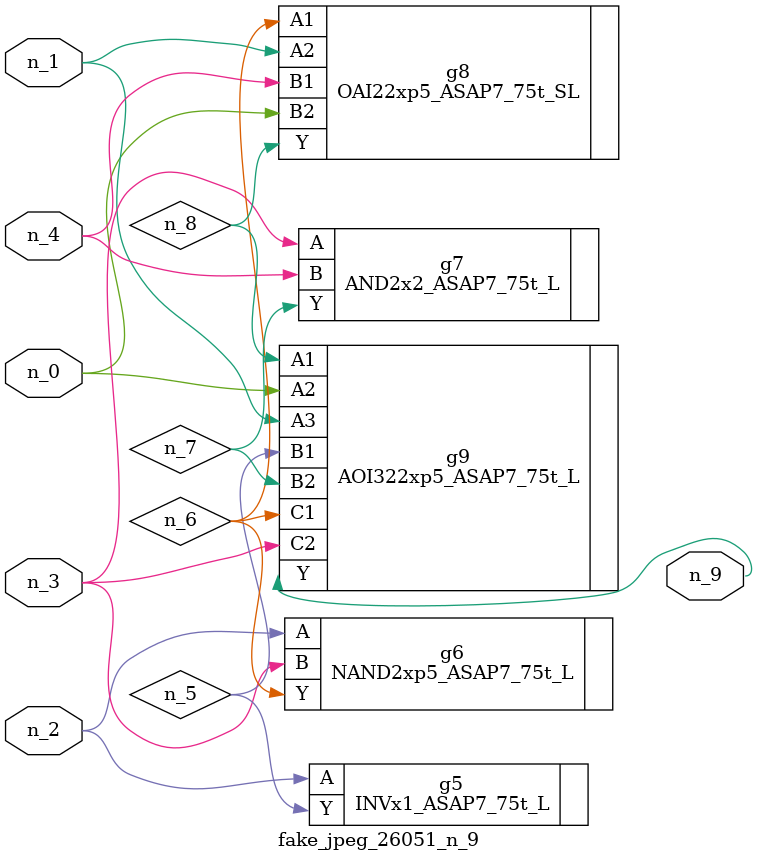
<source format=v>
module fake_jpeg_26051_n_9 (n_3, n_2, n_1, n_0, n_4, n_9);

input n_3;
input n_2;
input n_1;
input n_0;
input n_4;

output n_9;

wire n_8;
wire n_6;
wire n_5;
wire n_7;

INVx1_ASAP7_75t_L g5 ( 
.A(n_2),
.Y(n_5)
);

NAND2xp5_ASAP7_75t_L g6 ( 
.A(n_2),
.B(n_3),
.Y(n_6)
);

AND2x2_ASAP7_75t_L g7 ( 
.A(n_3),
.B(n_4),
.Y(n_7)
);

OAI22xp5_ASAP7_75t_SL g8 ( 
.A1(n_6),
.A2(n_1),
.B1(n_4),
.B2(n_0),
.Y(n_8)
);

AOI322xp5_ASAP7_75t_L g9 ( 
.A1(n_8),
.A2(n_0),
.A3(n_1),
.B1(n_5),
.B2(n_7),
.C1(n_6),
.C2(n_3),
.Y(n_9)
);


endmodule
</source>
